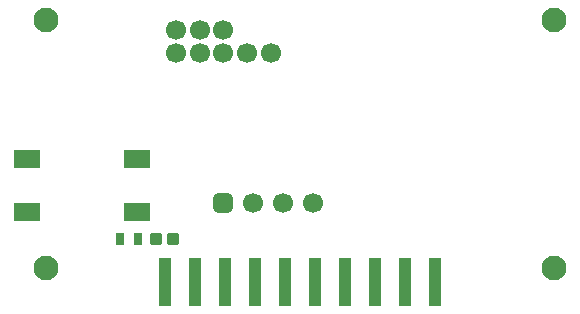
<source format=gbs>
G04*
G04 #@! TF.GenerationSoftware,Altium Limited,Altium Designer,23.4.1 (23)*
G04*
G04 Layer_Color=16711935*
%FSLAX44Y44*%
%MOMM*%
G71*
G04*
G04 #@! TF.SameCoordinates,E4356CB4-9A03-4441-A28E-8BB409EA4FDF*
G04*
G04*
G04 #@! TF.FilePolarity,Negative*
G04*
G01*
G75*
%ADD14R,1.1000X4.1000*%
%ADD15R,0.7000X1.0000*%
G04:AMPARAMS|DCode=16|XSize=1.05mm|YSize=1.07mm|CornerRadius=0.145mm|HoleSize=0mm|Usage=FLASHONLY|Rotation=180.000|XOffset=0mm|YOffset=0mm|HoleType=Round|Shape=RoundedRectangle|*
%AMROUNDEDRECTD16*
21,1,1.0500,0.7800,0,0,180.0*
21,1,0.7600,1.0700,0,0,180.0*
1,1,0.2900,-0.3800,0.3900*
1,1,0.2900,0.3800,0.3900*
1,1,0.2900,0.3800,-0.3900*
1,1,0.2900,-0.3800,-0.3900*
%
%ADD16ROUNDEDRECTD16*%
%ADD18R,2.2000X1.5000*%
%ADD19C,1.7000*%
G04:AMPARAMS|DCode=20|XSize=1.7mm|YSize=1.7mm|CornerRadius=0.45mm|HoleSize=0mm|Usage=FLASHONLY|Rotation=90.000|XOffset=0mm|YOffset=0mm|HoleType=Round|Shape=RoundedRectangle|*
%AMROUNDEDRECTD20*
21,1,1.7000,0.8000,0,0,90.0*
21,1,0.8000,1.7000,0,0,90.0*
1,1,0.9000,0.4000,0.4000*
1,1,0.9000,0.4000,-0.4000*
1,1,0.9000,-0.4000,-0.4000*
1,1,0.9000,-0.4000,0.4000*
%
%ADD20ROUNDEDRECTD20*%
%ADD21C,0.1000*%
%ADD22C,2.1000*%
D14*
X135700Y23000D02*
D03*
X161100D02*
D03*
X186500D02*
D03*
X211900D02*
D03*
X237300D02*
D03*
X262700D02*
D03*
X288100D02*
D03*
X313500D02*
D03*
X338900D02*
D03*
X364300D02*
D03*
D15*
X97500Y60000D02*
D03*
X112500D02*
D03*
D16*
X127900D02*
D03*
X142100D02*
D03*
D18*
X111500Y127500D02*
D03*
X18500D02*
D03*
X111500Y82500D02*
D03*
X18500D02*
D03*
D19*
X145000Y217000D02*
D03*
X235000Y90000D02*
D03*
X209600D02*
D03*
X260400D02*
D03*
X165000Y237000D02*
D03*
X205000Y217000D02*
D03*
X225000D02*
D03*
X145000Y237000D02*
D03*
X185000D02*
D03*
X165000Y217000D02*
D03*
X185000D02*
D03*
D20*
X184200Y90000D02*
D03*
D21*
X333650Y88000D02*
D03*
X371750D02*
D03*
D22*
X465000Y245000D02*
D03*
X35000D02*
D03*
X465000Y35000D02*
D03*
X35000Y35000D02*
D03*
M02*

</source>
